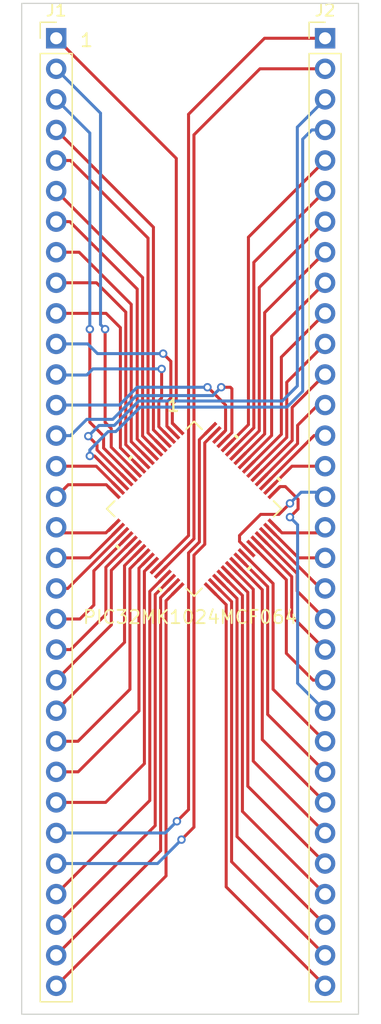
<source format=kicad_pcb>
(kicad_pcb (version 20221018) (generator pcbnew)
  (layers (0 "F.Cu" signal) (31 "B.Cu" signal) (34 "B.Paste" user) (35 "F.Paste" user) (36 "B.SilkS" user "B.Silkscreen") (37 "F.SilkS" user "F.Silkscreen") (38 "B.Mask" user) (39 "F.Mask" user) (44 "Edge.Cuts" user))
  (net 0 "")
  (net 1 "Net-(J1-Pin_1)")
  (net 2 "MuEnable1H")
  (net 3 "MuEnable1L")
  (net 4 "Net-(J1-Pin_4)")
  (net 5 "Net-(J1-Pin_5)")
  (net 6 "Net-(J1-Pin_6)")
  (net 7 "Net-(J1-Pin_7)")
  (net 8 "Net-(J1-Pin_8)")
  (net 9 "Net-(J1-Pin_9)")
  (net 10 "Net-(J1-Pin_10)")
  (net 11 "MuPWM1H")
  (net 12 "MuPWM1L")
  (net 13 "MuPWM3H")
  (net 14 "MuPWM3L")
  (net 15 "Net-(J1-Pin_15)")
  (net 16 "Net-(J1-Pin_16)")
  (net 17 "Net-(J1-Pin_17)")
  (net 18 "Net-(J1-Pin_18)")
  (net 19 "Net-(J1-Pin_19)")
  (net 20 "Net-(J1-Pin_20)")
  (net 21 "Net-(J1-Pin_21)")
  (net 22 "Net-(J1-Pin_22)")
  (net 23 "Net-(J1-Pin_23)")
  (net 24 "Net-(J1-Pin_24)")
  (net 25 "Net-(J1-Pin_25)")
  (net 26 "Net-(J1-Pin_26)")
  (net 27 "Net-(J1-Pin_29)")
  (net 28 "Net-(J1-Pin_30)")
  (net 29 "Net-(J1-Pin_31)")
  (net 30 "Net-(J1-Pin_32)")
  (net 31 "MuEnable3H")
  (net 32 "MuEnable3L")
  (net 33 "MuPWM2L")
  (net 34 "MuPWM2H")
  (net 35 "MuEnable2H")
  (net 36 "MuEnable2L")
  (net 37 "Net-(J2-Pin_5)")
  (net 38 "Net-(J2-Pin_6)")
  (net 39 "Net-(J2-Pin_7)")
  (net 40 "Net-(J2-Pin_8)")
  (net 41 "Net-(J2-Pin_9)")
  (net 42 "Net-(J2-Pin_10)")
  (net 43 "Net-(J2-Pin_11)")
  (net 44 "Net-(J2-Pin_12)")
  (net 45 "Net-(J2-Pin_13)")
  (net 46 "Net-(J2-Pin_14)")
  (net 47 "Net-(J2-Pin_15)")
  (net 48 "Net-(J2-Pin_17)")
  (net 49 "Net-(J2-Pin_18)")
  (net 50 "Net-(J2-Pin_19)")
  (net 51 "Net-(J2-Pin_20)")
  (net 52 "Net-(J2-Pin_21)")
  (net 53 "Net-(J2-Pin_22)")
  (net 54 "Net-(J2-Pin_24)")
  (net 55 "Net-(J2-Pin_25)")
  (net 56 "Net-(J2-Pin_26)")
  (net 57 "Net-(J2-Pin_27)")
  (net 58 "Net-(J2-Pin_28)")
  (net 59 "Net-(J2-Pin_29)")
  (net 60 "Net-(J2-Pin_30)")
  (net 61 "Net-(J2-Pin_31)")
  (net 62 "Net-(J2-Pin_32)")
  (net 63 "UART_TX")
  (net 64 "GPIO42")
  (footprint "Connector_PinHeader_2.54mm:PinHeader_1x32_P2.54mm_Vertical" (layer "F.Cu") (at 133.221709 51.898058)
    (fp_text reference "J2" (at 0 -2.33) (layer "F.SilkS"))
    (fp_text value "Conn_01x32")
    (fp_line (start -1.33 -1.33) (end 0 -1.33) (stroke (width 0.12)) (layer "F.SilkS"))
    (fp_line (start -1.33 0) (end -1.33 -1.33) (stroke (width 0.12)) (layer "F.SilkS"))
    (fp_line (start -1.33 1.27) (end -1.33 80.07) (stroke (width 0.12)) (layer "F.SilkS"))
    (fp_line (start -1.33 1.27) (end 1.33 1.27) (stroke (width 0.12)) (layer "F.SilkS"))
    (fp_line (start -1.33 80.07) (end 1.33 80.07) (stroke (width 0.12)) (layer "F.SilkS"))
    (fp_line (start 1.33 1.27) (end 1.33 80.07) (stroke (width 0.12)) (layer "F.SilkS"))
    (pad "1" thru_hole rect locked (at 0 0) (size 1.7 1.7) (drill 1) (layers "*.Cu" "*.Mask") (net 35 "MuEnable2H"))
    (pad "2" thru_hole oval locked (at 0 2.54) (size 1.7 1.7) (drill 1) (layers "*.Cu" "*.Mask") (net 36 "MuEnable2L"))
    (pad "3" thru_hole oval locked (at 0 5.08) (size 1.7 1.7) (drill 1) (layers "*.Cu" "*.Mask") (net 31 "MuEnable3H"))
    (pad "4" thru_hole oval locked (at 0 7.62) (size 1.7 1.7) (drill 1) (layers "*.Cu" "*.Mask") (net 32 "MuEnable3L"))
    (pad "5" thru_hole oval locked (at 0 10.16) (size 1.7 1.7) (drill 1) (layers "*.Cu" "*.Mask") (net 37 "Net-(J2-Pin_5)"))
    (pad "6" thru_hole oval locked (at 0 12.7) (size 1.7 1.7) (drill 1) (layers "*.Cu" "*.Mask") (net 38 "Net-(J2-Pin_6)"))
    (pad "7" thru_hole oval locked (at 0 15.24) (size 1.7 1.7) (drill 1) (layers "*.Cu" "*.Mask") (net 39 "Net-(J2-Pin_7)"))
    (pad "8" thru_hole oval locked (at 0 17.78) (size 1.7 1.7) (drill 1) (layers "*.Cu" "*.Mask") (net 40 "Net-(J2-Pin_8)"))
    (pad "9" thru_hole oval locked (at 0 20.32) (size 1.7 1.7) (drill 1) (layers "*.Cu" "*.Mask") (net 41 "Net-(J2-Pin_9)"))
    (pad "10" thru_hole oval locked (at 0 22.86) (size 1.7 1.7) (drill 1) (layers "*.Cu" "*.Mask") (net 42 "Net-(J2-Pin_10)"))
    (pad "11" thru_hole oval locked (at 0 25.4) (size 1.7 1.7) (drill 1) (layers "*.Cu" "*.Mask") (net 43 "Net-(J2-Pin_11)"))
    (pad "12" thru_hole oval locked (at 0 27.94) (size 1.7 1.7) (drill 1) (layers "*.Cu" "*.Mask") (net 44 "Net-(J2-Pin_12)"))
    (pad "13" thru_hole oval locked (at 0 30.48) (size 1.7 1.7) (drill 1) (layers "*.Cu" "*.Mask") (net 45 "Net-(J2-Pin_13)"))
    (pad "14" thru_hole oval locked (at 0 33.02) (size 1.7 1.7) (drill 1) (layers "*.Cu" "*.Mask") (net 46 "Net-(J2-Pin_14)"))
    (pad "15" thru_hole oval locked (at 0 35.56) (size 1.7 1.7) (drill 1) (layers "*.Cu" "*.Mask") (net 47 "Net-(J2-Pin_15)"))
    (pad "16" thru_hole oval locked (at 0 38.1) (size 1.7 1.7) (drill 1) (layers "*.Cu" "*.Mask") (net 64 "GPIO42"))
    (pad "17" thru_hole oval locked (at 0 40.64) (size 1.7 1.7) (drill 1) (layers "*.Cu" "*.Mask") (net 48 "Net-(J2-Pin_17)"))
    (pad "18" thru_hole oval locked (at 0 43.18) (size 1.7 1.7) (drill 1) (layers "*.Cu" "*.Mask") (net 49 "Net-(J2-Pin_18)"))
    (pad "19" thru_hole oval locked (at 0 45.72) (size 1.7 1.7) (drill 1) (layers "*.Cu" "*.Mask") (net 50 "Net-(J2-Pin_19)"))
    (pad "20" thru_hole oval locked (at 0 48.26) (size 1.7 1.7) (drill 1) (layers "*.Cu" "*.Mask") (net 51 "Net-(J2-Pin_20)"))
    (pad "21" thru_hole oval locked (at 0 50.8) (size 1.7 1.7) (drill 1) (layers "*.Cu" "*.Mask") (net 52 "Net-(J2-Pin_21)"))
    (pad "22" thru_hole oval locked (at 0 53.34) (size 1.7 1.7) (drill 1) (layers "*.Cu" "*.Mask") (net 53 "Net-(J2-Pin_22)"))
    (pad "23" thru_hole oval locked (at 0 55.88) (size 1.7 1.7) (drill 1) (layers "*.Cu" "*.Mask") (net 63 "UART_TX"))
    (pad "24" thru_hole oval locked (at 0 58.42) (size 1.7 1.7) (drill 1) (layers "*.Cu" "*.Mask") (net 54 "Net-(J2-Pin_24)"))
    (pad "25" thru_hole oval locked (at 0 60.96) (size 1.7 1.7) (drill 1) (layers "*.Cu" "*.Mask") (net 55 "Net-(J2-Pin_25)"))
    (pad "26" thru_hole oval locked (at 0 63.5) (size 1.7 1.7) (drill 1) (layers "*.Cu" "*.Mask") (net 56 "Net-(J2-Pin_26)"))
    (pad "27" thru_hole oval locked (at 0 66.04) (size 1.7 1.7) (drill 1) (layers "*.Cu" "*.Mask") (net 57 "Net-(J2-Pin_27)"))
    (pad "28" thru_hole oval locked (at 0 68.58) (size 1.7 1.7) (drill 1) (layers "*.Cu" "*.Mask") (net 58 "Net-(J2-Pin_28)"))
    (pad "29" thru_hole oval locked (at 0 71.12) (size 1.7 1.7) (drill 1) (layers "*.Cu" "*.Mask") (net 59 "Net-(J2-Pin_29)"))
    (pad "30" thru_hole oval locked (at 0 73.66) (size 1.7 1.7) (drill 1) (layers "*.Cu" "*.Mask") (net 60 "Net-(J2-Pin_30)"))
    (pad "31" thru_hole oval locked (at 0 76.2) (size 1.7 1.7) (drill 1) (layers "*.Cu" "*.Mask") (net 61 "Net-(J2-Pin_31)"))
    (pad "32" thru_hole oval locked (at 0 78.74) (size 1.7 1.7) (drill 1) (layers "*.Cu" "*.Mask") (net 62 "Net-(J2-Pin_32)"))
  )
  (footprint "DIYHole:DIYHole" (layer "F.Cu") (at 113.665 86.36)
    (fp_text reference "REF**" hide)
    (fp_text value "DIYHole" hide)
    (pad "1" thru_hole circle (at 0 0.254) (size 0.7 0.7) (drill 0.4) (layers "*.Cu" "*.Mask") (net 32 "MuEnable3L"))
  )
  (footprint "Connector_PinHeader_2.54mm:PinHeader_1x32_P2.54mm_Vertical" (layer "F.Cu") (at 110.869709 51.898058)
    (fp_text reference "J1" (at 0 -2.33) (layer "F.SilkS"))
    (fp_text value "Conn_01x32")
    (fp_line (start -1.33 -1.33) (end 0 -1.33) (stroke (width 0.12)) (layer "F.SilkS"))
    (fp_line (start -1.33 0) (end -1.33 -1.33) (stroke (width 0.12)) (layer "F.SilkS"))
    (fp_line (start -1.33 1.27) (end -1.33 80.07) (stroke (width 0.12)) (layer "F.SilkS"))
    (fp_line (start -1.33 1.27) (end 1.33 1.27) (stroke (width 0.12)) (layer "F.SilkS"))
    (fp_line (start -1.33 80.07) (end 1.33 80.07) (stroke (width 0.12)) (layer "F.SilkS"))
    (fp_line (start 1.33 1.27) (end 1.33 80.07) (stroke (width 0.12)) (layer "F.SilkS"))
    (pad "1" thru_hole rect locked (at 0 0) (size 1.7 1.7) (drill 1) (layers "*.Cu" "*.Mask") (net 1 "Net-(J1-Pin_1)"))
    (pad "2" thru_hole oval locked (at 0 2.54) (size 1.7 1.7) (drill 1) (layers "*.Cu" "*.Mask") (net 2 "MuEnable1H"))
    (pad "3" thru_hole oval locked (at 0 5.08) (size 1.7 1.7) (drill 1) (layers "*.Cu" "*.Mask") (net 3 "MuEnable1L"))
    (pad "4" thru_hole oval locked (at 0 7.62) (size 1.7 1.7) (drill 1) (layers "*.Cu" "*.Mask") (net 4 "Net-(J1-Pin_4)"))
    (pad "5" thru_hole oval locked (at 0 10.16) (size 1.7 1.7) (drill 1) (layers "*.Cu" "*.Mask") (net 5 "Net-(J1-Pin_5)"))
    (pad "6" thru_hole oval locked (at 0 12.7) (size 1.7 1.7) (drill 1) (layers "*.Cu" "*.Mask") (net 6 "Net-(J1-Pin_6)"))
    (pad "7" thru_hole oval locked (at 0 15.24) (size 1.7 1.7) (drill 1) (layers "*.Cu" "*.Mask") (net 7 "Net-(J1-Pin_7)"))
    (pad "8" thru_hole oval locked (at 0 17.78) (size 1.7 1.7) (drill 1) (layers "*.Cu" "*.Mask") (net 8 "Net-(J1-Pin_8)"))
    (pad "9" thru_hole oval locked (at 0 20.32) (size 1.7 1.7) (drill 1) (layers "*.Cu" "*.Mask") (net 9 "Net-(J1-Pin_9)"))
    (pad "10" thru_hole oval locked (at 0 22.86) (size 1.7 1.7) (drill 1) (layers "*.Cu" "*.Mask") (net 10 "Net-(J1-Pin_10)"))
    (pad "11" thru_hole oval locked (at 0 25.4) (size 1.7 1.7) (drill 1) (layers "*.Cu" "*.Mask") (net 11 "MuPWM1H"))
    (pad "12" thru_hole oval locked (at 0 27.94) (size 1.7 1.7) (drill 1) (layers "*.Cu" "*.Mask") (net 12 "MuPWM1L"))
    (pad "13" thru_hole oval locked (at 0 30.48) (size 1.7 1.7) (drill 1) (layers "*.Cu" "*.Mask") (net 13 "MuPWM3H"))
    (pad "14" thru_hole oval locked (at 0 33.02) (size 1.7 1.7) (drill 1) (layers "*.Cu" "*.Mask") (net 14 "MuPWM3L"))
    (pad "15" thru_hole oval locked (at 0 35.56) (size 1.7 1.7) (drill 1) (layers "*.Cu" "*.Mask") (net 15 "Net-(J1-Pin_15)"))
    (pad "16" thru_hole oval locked (at 0 38.1) (size 1.7 1.7) (drill 1) (layers "*.Cu" "*.Mask") (net 16 "Net-(J1-Pin_16)"))
    (pad "17" thru_hole oval locked (at 0 40.64) (size 1.7 1.7) (drill 1) (layers "*.Cu" "*.Mask") (net 17 "Net-(J1-Pin_17)"))
    (pad "18" thru_hole oval locked (at 0 43.18) (size 1.7 1.7) (drill 1) (layers "*.Cu" "*.Mask") (net 18 "Net-(J1-Pin_18)"))
    (pad "19" thru_hole oval locked (at 0 45.72) (size 1.7 1.7) (drill 1) (layers "*.Cu" "*.Mask") (net 19 "Net-(J1-Pin_19)"))
    (pad "20" thru_hole oval locked (at 0 48.26) (size 1.7 1.7) (drill 1) (layers "*.Cu" "*.Mask") (net 20 "Net-(J1-Pin_20)"))
    (pad "21" thru_hole oval locked (at 0 50.8) (size 1.7 1.7) (drill 1) (layers "*.Cu" "*.Mask") (net 21 "Net-(J1-Pin_21)"))
    (pad "22" thru_hole oval locked (at 0 53.34) (size 1.7 1.7) (drill 1) (layers "*.Cu" "*.Mask") (net 22 "Net-(J1-Pin_22)"))
    (pad "23" thru_hole oval locked (at 0 55.88) (size 1.7 1.7) (drill 1) (layers "*.Cu" "*.Mask") (net 23 "Net-(J1-Pin_23)"))
    (pad "24" thru_hole oval locked (at 0 58.42) (size 1.7 1.7) (drill 1) (layers "*.Cu" "*.Mask") (net 24 "Net-(J1-Pin_24)"))
    (pad "25" thru_hole oval locked (at 0 60.96) (size 1.7 1.7) (drill 1) (layers "*.Cu" "*.Mask") (net 25 "Net-(J1-Pin_25)"))
    (pad "26" thru_hole oval locked (at 0 63.5) (size 1.7 1.7) (drill 1) (layers "*.Cu" "*.Mask") (net 26 "Net-(J1-Pin_26)"))
    (pad "27" thru_hole oval locked (at 0 66.04) (size 1.7 1.7) (drill 1) (layers "*.Cu" "*.Mask") (net 34 "MuPWM2H"))
    (pad "28" thru_hole oval locked (at 0 68.58) (size 1.7 1.7) (drill 1) (layers "*.Cu" "*.Mask") (net 33 "MuPWM2L"))
    (pad "29" thru_hole oval locked (at 0 71.12) (size 1.7 1.7) (drill 1) (layers "*.Cu" "*.Mask") (net 27 "Net-(J1-Pin_29)"))
    (pad "30" thru_hole oval locked (at 0 73.66) (size 1.7 1.7) (drill 1) (layers "*.Cu" "*.Mask") (net 28 "Net-(J1-Pin_30)"))
    (pad "31" thru_hole oval locked (at 0 76.2) (size 1.7 1.7) (drill 1) (layers "*.Cu" "*.Mask") (net 29 "Net-(J1-Pin_31)"))
    (pad "32" thru_hole oval locked (at 0 78.74) (size 1.7 1.7) (drill 1) (layers "*.Cu" "*.Mask") (net 30 "Net-(J1-Pin_32)"))
  )
  (footprint "DIYHole:DIYHole" (layer "F.Cu") (at 130.302 91.44)
    (fp_text reference "REF**" hide)
    (fp_text value "DIYHole" hide)
    (pad "1" thru_hole circle (at 0 0.254) (size 0.7 0.7) (drill 0.4) (layers "*.Cu" "*.Mask") (net 63 "UART_TX"))
  )
  (footprint "DIYHole:DIYHole" (layer "F.Cu") (at 119.634 79.121)
    (fp_text reference "REF**" hide)
    (fp_text value "DIYHole" hide)
    (pad "1" thru_hole circle (at 0 0.254) (size 0.7 0.7) (drill 0.4) (layers "*.Cu" "*.Mask") (net 12 "MuPWM1L"))
  )
  (footprint "DIYHole:DIYHole" (layer "F.Cu") (at 124.587 80.645)
    (fp_text reference "REF**" hide)
    (fp_text value "DIYHole" hide)
    (pad "1" thru_hole circle (at 0 0.254) (size 0.7 0.7) (drill 0.4) (layers "*.Cu" "*.Mask") (net 14 "MuPWM3L"))
  )
  (footprint "DIYHole:DIYHole" (layer "F.Cu") (at 123.444 80.645)
    (fp_text reference "REF**" hide)
    (fp_text value "DIYHole" hide)
    (pad "1" thru_hole circle (at 0 0.254) (size 0.7 0.7) (drill 0.4) (layers "*.Cu" "*.Mask") (net 13 "MuPWM3H"))
  )
  (footprint "DIYHole:DIYHole" (layer "F.Cu") (at 114.935 75.819)
    (fp_text reference "REF**" hide)
    (fp_text value "DIYHole" hide)
    (pad "1" thru_hole circle (at 0 0.254) (size 0.7 0.7) (drill 0.4) (layers "*.Cu" "*.Mask") (net 2 "MuEnable1H"))
  )
  (footprint "DIYHole:DIYHole" (layer "F.Cu") (at 120.904 116.713)
    (fp_text reference "REF**" hide)
    (fp_text value "DIYHole" hide)
    (pad "1" thru_hole circle (at 0 0.254) (size 0.7 0.7) (drill 0.4) (layers "*.Cu" "*.Mask") (net 34 "MuPWM2H"))
  )
  (footprint "DIYHole:DIYHole" (layer "F.Cu") (at 113.538 84.709)
    (fp_text reference "REF**" hide)
    (fp_text value "DIYHole" hide)
    (pad "1" thru_hole circle (at 0 0.254) (size 0.7 0.7) (drill 0.4) (layers "*.Cu" "*.Mask") (net 31 "MuEnable3H"))
  )
  (footprint "DIYHole:DIYHole" (layer "F.Cu") (at 113.665 75.819)
    (fp_text reference "REF**" hide)
    (fp_text value "DIYHole" hide)
    (pad "1" thru_hole circle (at 0 0.254) (size 0.7 0.7) (drill 0.4) (layers "*.Cu" "*.Mask") (net 3 "MuEnable1L"))
  )
  (footprint "DIYHole:DIYHole" (layer "F.Cu") (at 130.302 90.297)
    (fp_text reference "REF**" hide)
    (fp_text value "DIYHole" hide)
    (pad "1" thru_hole circle (at 0 0.254) (size 0.7 0.7) (drill 0.4) (layers "*.Cu" "*.Mask") (net 64 "GPIO42"))
  )
  (footprint "footprints:TQFP64_PT_MCH" (layer "F.Cu") (at 122.334175 91 -45)
    (fp_text reference "U1" hide)
    (fp_text value "PIC32MK1024MCF064" (at 6.127664 6.600258 unlocked) (layer "F.SilkS") (effects (font (size 1.1 1.1))))
    (fp_line (start -5.1308 -5.1308) (end -5.1308 -4.22244) (stroke (width 0.1524)) (layer "F.SilkS"))
    (fp_line (start -5.1308 4.22244) (end -5.1308 5.1308) (stroke (width 0.1524)) (layer "F.SilkS"))
    (fp_line (start -5.1308 5.1308) (end -4.22244 5.1308) (stroke (width 0.1524)) (layer "F.SilkS"))
    (fp_line (start -4.22244 -5.1308) (end -5.1308 -5.1308) (stroke (width 0.1524)) (layer "F.SilkS"))
    (fp_line (start 4.22244 5.1308) (end 5.1308 5.1308) (stroke (width 0.1524)) (layer "F.SilkS"))
    (fp_line (start 5.1308 -5.1308) (end 4.22244 -5.1308) (stroke (width 0.1524)) (layer "F.SilkS"))
    (fp_line (start 5.1308 -4.22244) (end 5.1308 -5.1308) (stroke (width 0.1524)) (layer "F.SilkS"))
    (fp_line (start 5.1308 5.1308) (end 5.1308 4.22244) (stroke (width 0.1524)) (layer "F.SilkS"))
    (fp_poly (pts (xy -6.858 0.559501) (xy -6.858 0.940501) (xy -6.604 0.940501) (xy -6.604 0.559501)) (fill solid) (layer "F.SilkS"))
    (fp_poly (pts (xy -2.440501 6.604) (xy -2.440501 6.858) (xy -2.059501 6.858) (xy -2.059501 6.604)) (fill solid) (layer "F.SilkS"))
    (fp_poly (pts (xy -1.940499 -6.604) (xy -1.940499 -6.858) (xy -1.559499 -6.858) (xy -1.559499 -6.604)) (fill solid) (layer "F.SilkS"))
    (fp_poly (pts (xy 2.5595 6.604) (xy 2.5595 6.858) (xy 2.9405 6.858) (xy 2.9405 6.604)) (fill solid) (layer "F.SilkS"))
    (fp_poly (pts (xy 3.059501 -6.604) (xy 3.059501 -6.858) (xy 3.440501 -6.858) (xy 3.440501 -6.604)) (fill solid) (layer "F.SilkS"))
    (fp_poly (pts (xy 6.858 0.059499) (xy 6.858 0.4405) (xy 6.604 0.4405) (xy 6.604 0.059499)) (fill solid) (layer "F.SilkS"))
    (pad "1" smd rect (at -5.6769 -3.75 45) (size 0.2794 1.3462) (layers "F.Cu" "F.Paste" "F.Mask") (net 1 "Net-(J1-Pin_1)"))
    (pad "2" smd rect (at -5.6769 -3.250001 45) (size 0.2794 1.3462) (layers "F.Cu" "F.Paste" "F.Mask") (net 11 "MuPWM1H"))
    (pad "3" smd rect (at -5.6769 -2.75 45) (size 0.2794 1.3462) (layers "F.Cu" "F.Paste" "F.Mask") (net 12 "MuPWM1L"))
    (pad "4" smd rect (at -5.6769 -2.250001 45) (size 0.2794 1.3462) (layers "F.Cu" "F.Paste" "F.Mask") (net 4 "Net-(J1-Pin_4)"))
    (pad "5" smd rect (at -5.6769 -1.749999 45) (size 0.2794 1.3462) (layers "F.Cu" "F.Paste" "F.Mask") (net 5 "Net-(J1-Pin_5)"))
    (pad "6" smd rect (at -5.6769 -1.25 45) (size 0.2794 1.3462) (layers "F.Cu" "F.Paste" "F.Mask") (net 6 "Net-(J1-Pin_6)"))
    (pad "7" smd rect (at -5.6769 -0.750001 45) (size 0.2794 1.3462) (layers "F.Cu" "F.Paste" "F.Mask") (net 7 "Net-(J1-Pin_7)"))
    (pad "8" smd rect (at -5.6769 -0.25 45) (size 0.2794 1.3462) (layers "F.Cu" "F.Paste" "F.Mask") (net 8 "Net-(J1-Pin_8)"))
    (pad "9" smd rect (at -5.6769 0.25 45) (size 0.2794 1.3462) (layers "F.Cu" "F.Paste" "F.Mask") (net 9 "Net-(J1-Pin_9)"))
    (pad "10" smd rect (at -5.6769 0.750001 45) (size 0.2794 1.3462) (layers "F.Cu" "F.Paste" "F.Mask") (net 10 "Net-(J1-Pin_10)"))
    (pad "11" smd rect (at -5.6769 1.25 45) (size 0.2794 1.3462) (layers "F.Cu" "F.Paste" "F.Mask") (net 2 "MuEnable1H"))
    (pad "12" smd rect (at -5.6769 1.749999 45) (size 0.2794 1.3462) (layers "F.Cu" "F.Paste" "F.Mask") (net 3 "MuEnable1L"))
    (pad "13" smd rect (at -5.6769 2.250001 45) (size 0.2794 1.3462) (layers "F.Cu" "F.Paste" "F.Mask") (net 31 "MuEnable3H"))
    (pad "14" smd rect (at -5.6769 2.75 45) (size 0.2794 1.3462) (layers "F.Cu" "F.Paste" "F.Mask") (net 32 "MuEnable3L"))
    (pad "15" smd rect (at -5.6769 3.250001 45) (size 0.2794 1.3462) (layers "F.Cu" "F.Paste" "F.Mask") (net 15 "Net-(J1-Pin_15)"))
    (pad "16" smd rect (at -5.6769 3.75 45) (size 0.2794 1.3462) (layers "F.Cu" "F.Paste" "F.Mask") (net 16 "Net-(J1-Pin_16)"))
    (pad "17" smd rect (at -3.75 5.6769 315) (size 0.2794 1.3462) (layers "F.Cu" "F.Paste" "F.Mask") (net 17 "Net-(J1-Pin_17)"))
    (pad "18" smd rect (at -3.250001 5.6769 315) (size 0.2794 1.3462) (layers "F.Cu" "F.Paste" "F.Mask") (net 18 "Net-(J1-Pin_18)"))
    (pad "19" smd rect (at -2.75 5.6769 315) (size 0.2794 1.3462) (layers "F.Cu" "F.Paste" "F.Mask") (net 19 "Net-(J1-Pin_19)"))
    (pad "20" smd rect (at -2.250001 5.6769 315) (size 0.2794 1.3462) (layers "F.Cu" "F.Paste" "F.Mask") (net 20 "Net-(J1-Pin_20)"))
    (pad "21" smd rect (at -1.749999 5.6769 315) (size 0.2794 1.3462) (layers "F.Cu" "F.Paste" "F.Mask") (net 21 "Net-(J1-Pin_21)"))
    (pad "22" smd rect (at -1.25 5.6769 315) (size 0.2794 1.3462) (layers "F.Cu" "F.Paste" "F.Mask") (net 22 "Net-(J1-Pin_22)"))
    (pad "23" smd rect (at -0.750001 5.6769 315) (size 0.2794 1.3462) (layers "F.Cu" "F.Paste" "F.Mask") (net 23 "Net-(J1-Pin_23)"))
    (pad "24" smd rect (at -0.25 5.6769 315) (size 0.2794 1.3462) (layers "F.Cu" "F.Paste" "F.Mask") (net 24 "Net-(J1-Pin_24)"))
    (pad "25" smd rect (at 0.25 5.6769 315) (size 0.2794 1.3462) (layers "F.Cu" "F.Paste" "F.Mask") (net 25 "Net-(J1-Pin_25)"))
    (pad "26" smd rect (at 0.750001 5.6769 315) (size 0.2794 1.3462) (layers "F.Cu" "F.Paste" "F.Mask") (net 26 "Net-(J1-Pin_26)"))
    (pad "27" smd rect (at 1.25 5.6769 315) (size 0.2794 1.3462) (layers "F.Cu" "F.Paste" "F.Mask") (net 35 "MuEnable2H"))
    (pad "28" smd rect (at 1.749999 5.6769 315) (size 0.2794 1.3462) (layers "F.Cu" "F.Paste" "F.Mask") (net 36 "MuEnable2L"))
    (pad "29" smd rect (at 2.250001 5.6769 315) (size 0.2794 1.3462) (layers "F.Cu" "F.Paste" "F.Mask") (net 27 "Net-(J1-Pin_29)"))
    (pad "30" smd rect (at 2.75 5.6769 315) (size 0.2794 1.3462) (layers "F.Cu" "F.Paste" "F.Mask") (net 28 "Net-(J1-Pin_30)"))
    (pad "31" smd rect (at 3.250001 5.6769 315) (size 0.2794 1.3462) (layers "F.Cu" "F.Paste" "F.Mask") (net 29 "Net-(J1-Pin_31)"))
    (pad "32" smd rect (at 3.75 5.6769 315) (size 0.2794 1.3462) (layers "F.Cu" "F.Paste" "F.Mask") (net 30 "Net-(J1-Pin_32)"))
    (pad "33" smd rect (at 5.6769 3.75 45) (size 0.2794 1.3462) (layers "F.Cu" "F.Paste" "F.Mask") (net 62 "Net-(J2-Pin_32)"))
    (pad "34" smd rect (at 5.6769 3.250001 45) (size 0.2794 1.3462) (layers "F.Cu" "F.Paste" "F.Mask") (net 61 "Net-(J2-Pin_31)"))
    (pad "35" smd rect (at 5.6769 2.75 45) (size 0.2794 1.3462) (layers "F.Cu" "F.Paste" "F.Mask") (net 60 "Net-(J2-Pin_30)"))
    (pad "36" smd rect (at 5.6769 2.250001 45) (size 0.2794 1.3462) (layers "F.Cu" "F.Paste" "F.Mask") (net 59 "Net-(J2-Pin_29)"))
    (pad "37" smd rect (at 5.6769 1.749999 45) (size 0.2794 1.3462) (layers "F.Cu" "F.Paste" "F.Mask") (net 58 "Net-(J2-Pin_28)"))
    (pad "38" smd rect (at 5.6769 1.25 45) (size 0.2794 1.3462) (layers "F.Cu" "F.Paste" "F.Mask") (net 57 "Net-(J2-Pin_27)"))
    (pad "39" smd rect (at 5.6769 0.750001 45) (size 0.2794 1.3462) (layers "F.Cu" "F.Paste" "F.Mask") (net 56 "Net-(J2-Pin_26)"))
    (pad "40" smd rect (at 5.6769 0.25 45) (size 0.2794 1.3462) (layers "F.Cu" "F.Paste" "F.Mask") (net 55 "Net-(J2-Pin_25)"))
    (pad "41" smd rect (at 5.6769 -0.25 45) (size 0.2794 1.3462) (layers "F.Cu" "F.Paste" "F.Mask") (net 54 "Net-(J2-Pin_24)"))
    (pad "42" smd rect (at 5.6769 -0.750001 45) (size 0.2794 1.3462) (layers "F.Cu" "F.Paste" "F.Mask") (net 64 "GPIO42"))
    (pad "43" smd rect (at 5.6769 -1.25 45) (size 0.2794 1.3462) (layers "F.Cu" "F.Paste" "F.Mask") (net 53 "Net-(J2-Pin_22)"))
    (pad "44" smd rect (at 5.6769 -1.749999 45) (size 0.2794 1.3462) (layers "F.Cu" "F.Paste" "F.Mask") (net 52 "Net-(J2-Pin_21)"))
    (pad "45" smd rect (at 5.6769 -2.250001 45) (size 0.2794 1.3462) (layers "F.Cu" "F.Paste" "F.Mask") (net 51 "Net-(J2-Pin_20)"))
    (pad "46" smd rect (at 5.6769 -2.75 45) (size 0.2794 1.3462) (layers "F.Cu" "F.Paste" "F.Mask") (net 50 "Net-(J2-Pin_19)"))
    (pad "47" smd rect (at 5.6769 -3.250001 45) (size 0.2794 1.3462) (layers "F.Cu" "F.Paste" "F.Mask") (net 49 "Net-(J2-Pin_18)"))
    (pad "48" smd rect (at 5.6769 -3.75 45) (size 0.2794 1.3462) (layers "F.Cu" "F.Paste" "F.Mask") (net 48 "Net-(J2-Pin_17)"))
    (pad "49" smd rect (at 3.75 -5.6769 315) (size 0.2794 1.3462) (layers "F.Cu" "F.Paste" "F.Mask") (net 63 "UART_TX"))
    (pad "50" smd rect (at 3.250001 -5.6769 315) (size 0.2794 1.3462) (layers "F.Cu" "F.Paste" "F.Mask") (net 47 "Net-(J2-Pin_15)"))
    (pad "51" smd rect (at 2.75 -5.6769 315) (size 0.2794 1.3462) (layers "F.Cu" "F.Paste" "F.Mask") (net 46 "Net-(J2-Pin_14)"))
    (pad "52" smd rect (at 2.250001 -5.6769 315) (size 0.2794 1.3462) (layers "F.Cu" "F.Paste" "F.Mask") (net 45 "Net-(J2-Pin_13)"))
    (pad "53" smd rect (at 1.749999 -5.6769 315) (size 0.2794 1.3462) (layers "F.Cu" "F.Paste" "F.Mask") (net 44 "Net-(J2-Pin_12)"))
    (pad "54" smd rect (at 1.25 -5.6769 315) (size 0.2794 1.3462) (layers "F.Cu" "F.Paste" "F.Mask") (net 43 "Net-(J2-Pin_11)"))
    (pad "55" smd rect (at 0.750001 -5.6769 315) (size 0.2794 1.3462) (layers "F.Cu" "F.Paste" "F.Mask") (net 42 "Net-(J2-Pin_10)"))
    (pad "56" smd rect (at 0.25 -5.6769 315) (size 0.2794 1.3462) (layers "F.Cu" "F.Paste" "F.Mask") (net 41 "Net-(J2-Pin_9)"))
    (pad "57" smd rect (at -0.25 -5.6769 315) (size 0.2794 1.3462) (layers "F.Cu" "F.Paste" "F.Mask") (net 40 "Net-(J2-Pin_8)"))
    (pad "58" smd rect (at -0.750001 -5.6769 315) (size 0.2794 1.3462) (layers "F.Cu" "F.Paste" "F.Mask") (net 39 "Net-(J2-Pin_7)"))
    (pad "59" smd rect (at -1.25 -5.6769 315) (size 0.2794 1.3462) (layers "F.Cu" "F.Paste" "F.Mask") (net 38 "Net-(J2-Pin_6)"))
    (pad "60" smd rect (at -1.749999 -5.6769 315) (size 0.2794 1.3462) (layers "F.Cu" "F.Paste" "F.Mask") (net 37 "Net-(J2-Pin_5)"))
    (pad "61" smd rect (at -2.250001 -5.6769 315) (size 0.2794 1.3462) (layers "F.Cu" "F.Paste" "F.Mask") (net 14 "MuPWM3L"))
    (pad "62" smd rect (at -2.75 -5.6769 315) (size 0.2794 1.3462) (layers "F.Cu" "F.Paste" "F.Mask") (net 13 "MuPWM3H"))
    (pad "63" smd rect (at -3.250001 -5.6769 315) (size 0.2794 1.3462) (layers "F.Cu" "F.Paste" "F.Mask") (net 33 "MuPWM2L"))
    (pad "64" smd rect (at -3.75 -5.6769 315) (size 0.2794 1.3462) (layers "F.Cu" "F.Paste" "F.Mask") (net 34 "MuPWM2H"))
  )
  (footprint "DIYHole:DIYHole" (layer "F.Cu") (at 119.761 77.851)
    (fp_text reference "REF**" hide)
    (fp_text value "DIYHole" hide)
    (pad "1" thru_hole circle (at 0 0.254) (size 0.7 0.7) (drill 0.4) (layers "*.Cu" "*.Mask") (net 11 "MuPWM1H"))
  )
  (footprint "DIYHole:DIYHole" (layer "F.Cu") (at 121.285 118.237)
    (fp_text reference "REF**" hide)
    (fp_text value "DIYHole" hide)
    (pad "1" thru_hole circle (at 0 0.254) (size 0.7 0.7) (drill 0.4) (layers "*.Cu" "*.Mask") (net 33 "MuPWM2L"))
  )
  (gr_rect (start 108 49) (end 136 133) (stroke (width 0.1)) (fill none) (layer "Edge.Cuts"))
  (gr_text "1" (at 120 83) (layer "F.SilkS") (effects (font (size 1 1) (thickness 0.2) bold) (justify left bottom)))
  (gr_text "1" (at 112.776 52.705) (layer "F.SilkS") (effects (font (size 1.1 1.1)) (justify left bottom)))
  (segment (start 120.8515 81.968896) (end 120.8515 61.879849) (width 0.25) (layer "F.Cu") (net 1))
  (segment (start 120.8515 61.879849) (end 110.869709 51.898058) (width 0.25) (layer "F.Cu") (net 1))
  (segment (start 120.971651 84.334175) (end 120.521915 83.884439) (width 0.25) (layer "F.Cu") (net 1))
  (segment (start 120.521915 83.884439) (end 120.521915 82.298481) (width 0.25) (layer "F.Cu") (net 1))
  (segment (start 120.521915 82.298481) (end 120.8515 81.968896) (width 0.25) (layer "F.Cu") (net 1))
  (segment (start 114.935 76.073107) (end 114.935 83.82) (width 0.25) (layer "F.Cu") (net 2))
  (segment (start 114.935 83.82) (end 115.443 84.328) (width 0.25) (layer "F.Cu") (net 2))
  (segment (start 115.443 85.876592) (end 117.436117 87.869709) (width 0.25) (layer "F.Cu") (net 2))
  (segment (start 115.443 84.328) (end 115.443 85.876592) (width 0.25) (layer "F.Cu") (net 2))
  (segment (start 114.554 75.692107) (end 114.554 58.122349) (width 0.25) (layer "B.Cu") (net 2))
  (segment (start 114.935 76.073107) (end 114.554 75.692107) (width 0.25) (layer "B.Cu") (net 2))
  (segment (start 114.554 58.122349) (end 110.869709 54.438058) (width 0.25) (layer "B.Cu") (net 2))
  (segment (start 114.808 84.953695) (end 114.808 85.948698) (width 0.25) (layer "F.Cu") (net 3))
  (segment (start 113.665 83.810695) (end 114.808 84.953695) (width 0.25) (layer "F.Cu") (net 3))
  (segment (start 114.808 85.948698) (end 117.082564 88.223262) (width 0.25) (layer "F.Cu") (net 3))
  (segment (start 113.665 76.073) (end 113.665 83.810695) (width 0.25) (layer "F.Cu") (net 3))
  (segment (start 113.665 76.073) (end 113.665 59.773349) (width 0.25) (layer "B.Cu") (net 3))
  (segment (start 113.665 59.773349) (end 110.869709 56.978058) (width 0.25) (layer "B.Cu") (net 3))
  (segment (start 118.952 67.600349) (end 110.869709 59.518058) (width 0.25) (layer "F.Cu") (net 4))
  (segment (start 118.952 84.435844) (end 118.952 67.600349) (width 0.25) (layer "F.Cu") (net 4))
  (segment (start 119.910991 85.394835) (end 118.952 84.435844) (width 0.25) (layer "F.Cu") (net 4))
  (segment (start 112.058058 62.058058) (end 118.502 68.502) (width 0.25) (layer "F.Cu") (net 5))
  (segment (start 110.869709 62.058058) (end 112.058058 62.058058) (width 0.25) (layer "F.Cu") (net 5))
  (segment (start 118.502 68.502) (end 118.502 84.692952) (width 0.25) (layer "F.Cu") (net 5))
  (segment (start 118.502 84.692952) (end 119.557437 85.748389) (width 0.25) (layer "F.Cu") (net 5))
  (segment (start 119.203884 86.101942) (end 118.052 84.950058) (width 0.25) (layer "F.Cu") (net 6))
  (segment (start 118.052 71.780349) (end 110.869709 64.598058) (width 0.25) (layer "F.Cu") (net 6))
  (segment (start 118.052 84.950058) (end 118.052 71.780349) (width 0.25) (layer "F.Cu") (net 6))
  (segment (start 110.869709 67.138058) (end 112.003883 67.138058) (width 0.25) (layer "F.Cu") (net 7))
  (segment (start 112.003883 67.138058) (end 117.602 72.736175) (width 0.25) (layer "F.Cu") (net 7))
  (segment (start 117.602 72.736175) (end 117.602 85.207164) (width 0.25) (layer "F.Cu") (net 7))
  (segment (start 117.602 85.207164) (end 118.850331 86.455495) (width 0.25) (layer "F.Cu") (net 7))
  (segment (start 117.105 74.009174) (end 112.773884 69.678058) (width 0.25) (layer "F.Cu") (net 8))
  (segment (start 118.496777 86.809049) (end 117.105 85.417272) (width 0.25) (layer "F.Cu") (net 8))
  (segment (start 117.105 85.417272) (end 117.105 74.009174) (width 0.25) (layer "F.Cu") (net 8))
  (segment (start 112.773884 69.678058) (end 110.869709 69.678058) (width 0.25) (layer "F.Cu") (net 8))
  (segment (start 116.655 74.655) (end 114.218058 72.218058) (width 0.25) (layer "F.Cu") (net 9))
  (segment (start 114.218058 72.218058) (end 110.869709 72.218058) (width 0.25) (layer "F.Cu") (net 9))
  (segment (start 118.143224 87.162602) (end 116.655 85.674378) (width 0.25) (layer "F.Cu") (net 9))
  (segment (start 116.655 85.674378) (end 116.655 74.655) (width 0.25) (layer "F.Cu") (net 9))
  (segment (start 116.205 75.946) (end 116.205 85.931486) (width 0.25) (layer "F.Cu") (net 10))
  (segment (start 115.017058 74.758058) (end 116.205 75.946) (width 0.25) (layer "F.Cu") (net 10))
  (segment (start 110.869709 74.758058) (end 115.017058 74.758058) (width 0.25) (layer "F.Cu") (net 10))
  (segment (start 116.205 85.931486) (end 117.78967 87.516156) (width 0.25) (layer "F.Cu") (net 10))
  (segment (start 120.071915 82.112085) (end 120.071915 84.141545) (width 0.25) (layer "F.Cu") (net 11))
  (segment (start 120.4015 78.7455) (end 120.4015 81.7825) (width 0.25) (layer "F.Cu") (net 11))
  (segment (start 120.4015 81.7825) (end 120.071915 82.112085) (width 0.25) (layer "F.Cu") (net 11))
  (segment (start 119.761 78.105) (end 120.4015 78.7455) (width 0.25) (layer "F.Cu") (net 11))
  (segment (start 120.071915 84.141545) (end 120.618098 84.687728) (width 0.25) (layer "F.Cu") (net 11))
  (segment (start 119.6765 78.121497) (end 119.692997 78.105) (width 0.25) (layer "B.Cu") (net 11))
  (segment (start 119.692997 78.105) (end 114.3 78.105) (width 0.25) (layer "B.Cu") (net 11))
  (segment (start 113.493058 77.298058) (end 110.869709 77.298058) (width 0.25) (layer "B.Cu") (net 11))
  (segment (start 114.3 78.105) (end 113.493058 77.298058) (width 0.25) (layer "B.Cu") (net 11))
  (segment (start 119.634 81.788) (end 119.402 82.02) (width 0.25) (layer "F.Cu") (net 12))
  (segment (start 119.402 82.02) (end 119.402 84.178738) (width 0.25) (layer "F.Cu") (net 12))
  (segment (start 119.402 84.178738) (end 120.264544 85.041282) (width 0.25) (layer "F.Cu") (net 12))
  (segment (start 119.634 79.375) (end 119.634 81.788) (width 0.25) (layer "F.Cu") (net 12))
  (segment (start 119.634 79.375) (end 113.919 79.375) (width 0.25) (layer "B.Cu") (net 12))
  (segment (start 113.919 79.375) (end 113.411 79.883) (width 0.25) (layer "B.Cu") (net 12))
  (segment (start 110.914651 79.883) (end 110.869709 79.838058) (width 0.25) (layer "B.Cu") (net 12))
  (segment (start 113.411 79.883) (end 110.914651 79.883) (width 0.25) (layer "B.Cu") (net 12))
  (segment (start 124.949988 84.4951) (end 124.403806 85.041282) (width 0.25) (layer "F.Cu") (net 13))
  (segment (start 123.474793 80.899) (end 124.949988 82.374195) (width 0.25) (layer "F.Cu") (net 13))
  (segment (start 123.444 80.899) (end 123.474793 80.899) (width 0.25) (layer "F.Cu") (net 13))
  (segment (start 124.949988 82.374195) (end 124.949988 84.4951) (width 0.25) (layer "F.Cu") (net 13))
  (segment (start 117.599208 80.899) (end 116.12015 82.378058) (width 0.25) (layer "B.Cu") (net 13))
  (segment (start 123.444 80.899) (end 117.599208 80.899) (width 0.25) (layer "B.Cu") (net 13))
  (segment (start 116.12015 82.378058) (end 110.869709 82.378058) (width 0.25) (layer "B.Cu") (net 13))
  (segment (start 125.476 81.026) (end 125.476 84.676194) (width 0.25) (layer "F.Cu") (net 14))
  (segment (start 125.349 80.899) (end 125.476 81.026) (width 0.25) (layer "F.Cu") (net 14))
  (segment (start 125.476 84.676194) (end 124.757359 85.394835) (width 0.25) (layer "F.Cu") (net 14))
  (segment (start 124.587 80.899) (end 125.349 80.899) (width 0.25) (layer "F.Cu") (net 14))
  (segment (start 112.058942 84.918058) (end 110.869709 84.918058) (width 0.25) (layer "B.Cu") (net 14))
  (segment (start 113.411 83.566) (end 112.058942 84.918058) (width 0.25) (layer "B.Cu") (net 14))
  (segment (start 115.568604 83.566) (end 113.411 83.566) (width 0.25) (layer "B.Cu") (net 14))
  (segment (start 117.542604 81.592) (end 115.568604 83.566) (width 0.25) (layer "B.Cu") (net 14))
  (segment (start 123.894 81.592) (end 117.542604 81.592) (width 0.25) (layer "B.Cu") (net 14))
  (segment (start 124.587 80.899) (end 123.894 81.592) (width 0.25) (layer "B.Cu") (net 14))
  (segment (start 116.021903 89.283923) (end 114.196038 87.458058) (width 0.25) (layer "F.Cu") (net 15))
  (segment (start 114.196038 87.458058) (end 110.869709 87.458058) (width 0.25) (layer "F.Cu") (net 15))
  (segment (start 115.030874 89) (end 111.867767 89) (width 0.25) (layer "F.Cu") (net 16))
  (segment (start 111.867767 89) (end 110.869709 89.998058) (width 0.25) (layer "F.Cu") (net 16))
  (segment (start 115.66835 89.637476) (end 115.030874 89) (width 0.25) (layer "F.Cu") (net 16))
  (segment (start 111.331651 93) (end 110.869709 92.538058) (width 0.25) (layer "F.Cu") (net 17))
  (segment (start 115 93) (end 111.331651 93) (width 0.25) (layer "F.Cu") (net 17))
  (segment (start 115.66835 92.362524) (end 115.637476 92.362524) (width 0.25) (layer "F.Cu") (net 17))
  (segment (start 115.637476 92.362524) (end 115 93) (width 0.25) (layer "F.Cu") (net 17))
  (segment (start 113.659922 95.078058) (end 110.869709 95.078058) (width 0.25) (layer "F.Cu") (net 18))
  (segment (start 116.021903 92.716077) (end 113.659922 95.078058) (width 0.25) (layer "F.Cu") (net 18))
  (segment (start 111.82703 97.618058) (end 110.869709 97.618058) (width 0.25) (layer "F.Cu") (net 19))
  (segment (start 116.375457 93.069631) (end 111.82703 97.618058) (width 0.25) (layer "F.Cu") (net 19))
  (segment (start 114 99) (end 112.841942 100.158058) (width 0.25) (layer "F.Cu") (net 20))
  (segment (start 116.72901 93.423184) (end 114 96.152194) (width 0.25) (layer "F.Cu") (net 20))
  (segment (start 114 96.152194) (end 114 99) (width 0.25) (layer "F.Cu") (net 20))
  (segment (start 112.841942 100.158058) (end 110.869709 100.158058) (width 0.25) (layer "F.Cu") (net 20))
  (segment (start 115 95.859302) (end 117.082564 93.776738) (width 0.25) (layer "F.Cu") (net 21))
  (segment (start 112.07179 102.698058) (end 115 99.769848) (width 0.25) (layer "F.Cu") (net 21))
  (segment (start 115 99.769848) (end 115 95.859302) (width 0.25) (layer "F.Cu") (net 21))
  (segment (start 110.869709 102.698058) (end 112.07179 102.698058) (width 0.25) (layer "F.Cu") (net 21))
  (segment (start 115.45 100.657767) (end 110.869709 105.238058) (width 0.25) (layer "F.Cu") (net 22))
  (segment (start 117.436117 94.130291) (end 115.45 96.116408) (width 0.25) (layer "F.Cu") (net 22))
  (segment (start 115.45 96.116408) (end 115.45 100.657767) (width 0.25) (layer "F.Cu") (net 22))
  (segment (start 116.55 102.097767) (end 116.55 95.723514) (width 0.25) (layer "F.Cu") (net 23))
  (segment (start 110.869709 107.778058) (end 116.55 102.097767) (width 0.25) (layer "F.Cu") (net 23))
  (segment (start 116.55 95.723514) (end 117.78967 94.483844) (width 0.25) (layer "F.Cu") (net 23))
  (segment (start 117 95.980622) (end 118.143224 94.837398) (width 0.25) (layer "F.Cu") (net 24))
  (segment (start 112.681942 110.318058) (end 117 106) (width 0.25) (layer "F.Cu") (net 24))
  (segment (start 117 106) (end 117 95.980622) (width 0.25) (layer "F.Cu") (net 24))
  (segment (start 110.869709 110.318058) (end 112.681942 110.318058) (width 0.25) (layer "F.Cu") (net 24))
  (segment (start 118.496777 95.190951) (end 117.75 95.937728) (width 0.25) (layer "F.Cu") (net 25))
  (segment (start 117.75 107.802) (end 112.693942 112.858058) (width 0.25) (layer "F.Cu") (net 25))
  (segment (start 112.693942 112.858058) (end 110.869709 112.858058) (width 0.25) (layer "F.Cu") (net 25))
  (segment (start 117.75 95.937728) (end 117.75 107.802) (width 0.25) (layer "F.Cu") (net 25))
  (segment (start 114.979942 115.398058) (end 118.2 112.178) (width 0.25) (layer "F.Cu") (net 26))
  (segment (start 110.869709 115.398058) (end 114.979942 115.398058) (width 0.25) (layer "F.Cu") (net 26))
  (segment (start 118.2 96.194836) (end 118.850331 95.544505) (width 0.25) (layer "F.Cu") (net 26))
  (segment (start 118.2 112.178) (end 118.2 96.194836) (width 0.25) (layer "F.Cu") (net 26))
  (segment (start 119.910991 96.605165) (end 118.65 97.866156) (width 0.25) (layer "F.Cu") (net 27))
  (segment (start 118.65 97.866156) (end 118.65 115.237767) (width 0.25) (layer "F.Cu") (net 27))
  (segment (start 118.65 115.237767) (end 110.869709 123.018058) (width 0.25) (layer "F.Cu") (net 27))
  (segment (start 119.1 98.123262) (end 120.264544 96.958718) (width 0.25) (layer "F.Cu") (net 28))
  (segment (start 119.1 117.327767) (end 119.1 98.123262) (width 0.25) (layer "F.Cu") (net 28))
  (segment (start 110.869709 125.558058) (end 119.1 117.327767) (width 0.25) (layer "F.Cu") (net 28))
  (segment (start 119.55 119.417767) (end 110.869709 128.098058) (width 0.25) (layer "F.Cu") (net 29))
  (segment (start 119.55 98.38037) (end 119.55 119.417767) (width 0.25) (layer "F.Cu") (net 29))
  (segment (start 120.618098 97.312272) (end 119.55 98.38037) (width 0.25) (layer "F.Cu") (net 29))
  (segment (start 120 121.507767) (end 120 98.637476) (width 0.25) (layer "F.Cu") (net 30))
  (segment (start 120 98.637476) (end 120.971651 97.665825) (width 0.25) (layer "F.Cu") (net 30))
  (segment (start 110.869709 130.638058) (end 120 121.507767) (width 0.25) (layer "F.Cu") (net 30))
  (segment (start 114.263 85.688) (end 114.263 86.110806) (width 0.25) (layer "F.Cu") (net 31))
  (segment (start 114.263 86.110806) (end 116.72901 88.576816) (width 0.25) (layer "F.Cu") (net 31))
  (segment (start 113.538 84.963) (end 114.263 85.688) (width 0.25) (layer "F.Cu") (net 31))
  (segment (start 114.427 84.074) (end 115.697 84.074) (width 0.25) (layer "B.Cu") (net 31))
  (segment (start 117.729 82.042) (end 129.667 82.042) (width 0.25) (layer "B.Cu") (net 31))
  (segment (start 115.697 84.074) (end 117.729 82.042) (width 0.25) (layer "B.Cu") (net 31))
  (segment (start 130.912942 80.796058) (end 130.912942 59.286825) (width 0.25) (layer "B.Cu") (net 31))
  (segment (start 130.912942 59.286825) (end 133.221709 56.978058) (width 0.25) (layer "B.Cu") (net 31))
  (segment (start 113.538 84.963) (end 114.427 84.074) (width 0.25) (layer "B.Cu") (net 31))
  (segment (start 129.667 82.042) (end 130.912942 80.796058) (width 0.25) (layer "B.Cu") (net 31))
  (segment (start 113.665 86.614) (end 114.059088 86.614) (width 0.25) (layer "F.Cu") (net 32))
  (segment (start 114.059088 86.614) (end 116.375457 88.930369) (width 0.25) (layer "F.Cu") (net 32))
  (segment (start 113.665 86.614) (end 113.665 86.106) (width 0.25) (layer "B.Cu") (net 32))
  (segment (start 131.362942 81.235058) (end 131.362942 60.280058) (width 0.25) (layer "B.Cu") (net 32))
  (segment (start 131.362942 60.280058) (end 132.124942 59.518058) (width 0.25) (layer "B.Cu") (net 32))
  (segment (start 113.665 86.106) (end 115.189 84.582) (width 0.25) (layer "B.Cu") (net 32))
  (segment (start 117.856 82.55) (end 130.048 82.55) (width 0.25) (layer "B.Cu") (net 32))
  (segment (start 132.124942 59.518058) (end 133.221709 59.518058) (width 0.25) (layer "B.Cu") (net 32))
  (segment (start 130.048 82.55) (end 131.362942 81.235058) (width 0.25) (layer "B.Cu") (net 32))
  (segment (start 115.824 84.582) (end 117.856 82.55) (width 0.25) (layer "B.Cu") (net 32))
  (segment (start 115.189 84.582) (end 115.824 84.582) (width 0.25) (layer "B.Cu") (net 32))
  (segment (start 121.285 118.491) (end 122.321387 117.454613) (width 0.25) (layer "F.Cu") (net 33))
  (segment (start 123.221387 93.950009) (end 123.221387 85.516593) (width 0.25) (layer "F.Cu") (net 33))
  (segment (start 122.321387 117.454613) (end 122.321387 94.850009) (width 0.25) (layer "F.Cu") (net 33))
  (segment (start 123.221387 85.516593) (end 124.050252 84.687728) (width 0.25) (layer "F.Cu") (net 33))
  (segment (start 122.321387 94.850009) (end 123.221387 93.950009) (width 0.25) (layer "F.Cu") (net 33))
  (segment (start 110.869709 120.478058) (end 119.297942 120.478058) (width 0.25) (layer "B.Cu") (net 33))
  (segment (start 119.297942 120.478058) (end 121.285 118.491) (width 0.25) (layer "B.Cu") (net 33))
  (segment (start 122.771387 85.259487) (end 122.771387 93.763613) (width 0.25) (layer "F.Cu") (net 34))
  (segment (start 123.696699 84.334175) (end 122.771387 85.259487) (width 0.25) (layer "F.Cu") (net 34))
  (segment (start 121.871387 94.663613) (end 121.871387 115.999613) (width 0.25) (layer "F.Cu") (net 34))
  (segment (start 122.771387 93.763613) (end 121.871387 94.663613) (width 0.25) (layer "F.Cu") (net 34))
  (segment (start 121.871387 115.999613) (end 120.904 116.967) (width 0.25) (layer "F.Cu") (net 34))
  (segment (start 119.932942 117.938058) (end 110.869709 117.938058) (width 0.25) (layer "B.Cu") (net 34))
  (segment (start 120.904 116.967) (end 119.932942 117.938058) (width 0.25) (layer "B.Cu") (net 34))
  (segment (start 121.871387 58.214613) (end 128.187942 51.898058) (width 0.25) (layer "F.Cu") (net 35))
  (segment (start 119.203884 95.898058) (end 121.871387 93.230555) (width 0.25) (layer "F.Cu") (net 35))
  (segment (start 128.187942 51.898058) (end 133.221709 51.898058) (width 0.25) (layer "F.Cu") (net 35))
  (segment (start 121.871387 93.230555) (end 121.871387 58.214613) (width 0.25) (layer "F.Cu") (net 35))
  (segment (start 122.321387 59.923613) (end 122.321387 93.487661) (width 0.25) (layer "F.Cu") (net 36))
  (segment (start 133.221709 54.438058) (end 127.806942 54.438058) (width 0.25) (layer "F.Cu") (net 36))
  (segment (start 122.321387 93.487661) (end 119.557437 96.251611) (width 0.25) (layer "F.Cu") (net 36))
  (segment (start 127.806942 54.438058) (end 122.321387 59.923613) (width 0.25) (layer "F.Cu") (net 36))
  (segment (start 125.110913 85.748389) (end 126.85 84.009302) (width 0.25) (layer "F.Cu") (net 37))
  (segment (start 126.85 68.429767) (end 133.221709 62.058058) (width 0.25) (layer "F.Cu") (net 37))
  (segment (start 126.85 84.009302) (end 126.85 68.429767) (width 0.25) (layer "F.Cu") (net 37))
  (segment (start 127.3 70.519767) (end 133.221709 64.598058) (width 0.25) (layer "F.Cu") (net 38))
  (segment (start 127.3 84.266408) (end 127.3 70.519767) (width 0.25) (layer "F.Cu") (net 38))
  (segment (start 125.464466 86.101942) (end 127.3 84.266408) (width 0.25) (layer "F.Cu") (net 38))
  (segment (start 125.818019 86.455495) (end 127.75 84.523514) (width 0.25) (layer "F.Cu") (net 39))
  (segment (start 127.75 84.523514) (end 127.75 72.609767) (width 0.25) (layer "F.Cu") (net 39))
  (segment (start 127.75 72.609767) (end 133.221709 67.138058) (width 0.25) (layer "F.Cu") (net 39))
  (segment (start 126.171573 86.809049) (end 128.2 84.780622) (width 0.25) (layer "F.Cu") (net 40))
  (segment (start 128.2 84.780622) (end 128.2 74.699767) (width 0.25) (layer "F.Cu") (net 40))
  (segment (start 128.2 74.699767) (end 133.221709 69.678058) (width 0.25) (layer "F.Cu") (net 40))
  (segment (start 126.525126 87.162602) (end 128.778 84.909728) (width 0.25) (layer "F.Cu") (net 41))
  (segment (start 128.778 76.661767) (end 133.221709 72.218058) (width 0.25) (layer "F.Cu") (net 41))
  (segment (start 128.778 84.909728) (end 128.778 76.661767) (width 0.25) (layer "F.Cu") (net 41))
  (segment (start 129.587 84.807836) (end 129.587 78.392767) (width 0.25) (layer "F.Cu") (net 42))
  (segment (start 126.87868 87.516156) (end 129.587 84.807836) (width 0.25) (layer "F.Cu") (net 42))
  (segment (start 129.587 78.392767) (end 133.221709 74.758058) (width 0.25) (layer "F.Cu") (net 42))
  (segment (start 130.037 80.482767) (end 133.221709 77.298058) (width 0.25) (layer "F.Cu") (net 43))
  (segment (start 130.037 85.064942) (end 130.037 80.482767) (width 0.25) (layer "F.Cu") (net 43))
  (segment (start 127.232233 87.869709) (end 130.037 85.064942) (width 0.25) (layer "F.Cu") (net 43))
  (segment (start 130.487 85.322048) (end 130.487 82.572767) (width 0.25) (layer "F.Cu") (net 44))
  (segment (start 127.585786 88.223262) (end 130.487 85.322048) (width 0.25) (layer "F.Cu") (net 44))
  (segment (start 130.487 82.572767) (end 133.221709 79.838058) (width 0.25) (layer "F.Cu") (net 44))
  (segment (start 132.621942 82.378058) (end 133.221709 82.378058) (width 0.25) (layer "F.Cu") (net 45))
  (segment (start 130.937 85.579156) (end 130.937 84.063) (width 0.25) (layer "F.Cu") (net 45))
  (segment (start 127.93934 88.576816) (end 130.937 85.579156) (width 0.25) (layer "F.Cu") (net 45))
  (segment (start 130.937 84.063) (end 132.621942 82.378058) (width 0.25) (layer "F.Cu") (net 45))
  (segment (start 128.292893 88.930369) (end 132.305204 84.918058) (width 0.25) (layer "F.Cu") (net 46))
  (segment (start 132.305204 84.918058) (end 133.221709 84.918058) (width 0.25) (layer "F.Cu") (net 46))
  (segment (start 128.646447 89.283923) (end 130.472312 87.458058) (width 0.25) (layer "F.Cu") (net 47))
  (segment (start 130.472312 87.458058) (end 133.221709 87.458058) (width 0.25) (layer "F.Cu") (net 47))
  (segment (start 129 92.362524) (end 129.637476 93) (width 0.25) (layer "F.Cu") (net 48))
  (segment (start 129.637476 93) (end 132.759767 93) (width 0.25) (layer "F.Cu") (net 48))
  (segment (start 132.759767 93) (end 133.221709 92.538058) (width 0.25) (layer "F.Cu") (net 48))
  (segment (start 131.008428 95.078058) (end 133.221709 95.078058) (width 0.25) (layer "F.Cu") (net 49))
  (segment (start 128.646447 92.716077) (end 131.008428 95.078058) (width 0.25) (layer "F.Cu") (net 49))
  (segment (start 132.84132 97.618058) (end 133.221709 97.618058) (width 0.25) (layer "F.Cu") (net 50))
  (segment (start 128.292893 93.069631) (end 132.84132 97.618058) (width 0.25) (layer "F.Cu") (net 50))
  (segment (start 127.93934 93.423184) (end 130.9 96.383844) (width 0.25) (layer "F.Cu") (net 51))
  (segment (start 130.9 96.383844) (end 130.9 97.836349) (width 0.25) (layer "F.Cu") (net 51))
  (segment (start 130.9 97.836349) (end 133.221709 100.158058) (width 0.25) (layer "F.Cu") (net 51))
  (segment (start 127.585786 93.776738) (end 130.45 96.640952) (width 0.25) (layer "F.Cu") (net 52))
  (segment (start 130.45 99.926349) (end 133.221709 102.698058) (width 0.25) (layer "F.Cu") (net 52))
  (segment (start 130.45 96.640952) (end 130.45 99.926349) (width 0.25) (layer "F.Cu") (net 52))
  (segment (start 130 96.898058) (end 130 103.008175) (width 0.25) (layer "F.Cu") (net 53))
  (segment (start 132.229883 105.238058) (end 133.221709 105.238058) (width 0.25) (layer "F.Cu") (net 53))
  (segment (start 127.232233 94.130291) (end 130 96.898058) (width 0.25) (layer "F.Cu") (net 53))
  (segment (start 130 103.008175) (end 132.229883 105.238058) (width 0.25) (layer "F.Cu") (net 53))
  (segment (start 128.9 97.212272) (end 128.9 105.996349) (width 0.25) (layer "F.Cu") (net 54))
  (segment (start 126.525126 94.837398) (end 128.9 97.212272) (width 0.25) (layer "F.Cu") (net 54))
  (segment (start 128.9 105.996349) (end 133.221709 110.318058) (width 0.25) (layer "F.Cu") (net 54))
  (segment (start 126.171573 95.190951) (end 128.45 97.469378) (width 0.25) (layer "F.Cu") (net 55))
  (segment (start 128.45 97.469378) (end 128.45 108.086349) (width 0.25) (layer "F.Cu") (net 55))
  (segment (start 128.45 108.086349) (end 133.221709 112.858058) (width 0.25) (layer "F.Cu") (net 55))
  (segment (start 128 97.726486) (end 128 110.176349) (width 0.25) (layer "F.Cu") (net 56))
  (segment (start 125.818019 95.544505) (end 128 97.726486) (width 0.25) (layer "F.Cu") (net 56))
  (segment (start 128 110.176349) (end 133.221709 115.398058) (width 0.25) (layer "F.Cu") (net 56))
  (segment (start 127.25 111.966349) (end 133.221709 117.938058) (width 0.25) (layer "F.Cu") (net 57))
  (segment (start 125.464466 95.898058) (end 127.25 97.683592) (width 0.25) (layer "F.Cu") (net 57))
  (segment (start 127.25 97.683592) (end 127.25 111.966349) (width 0.25) (layer "F.Cu") (net 57))
  (segment (start 125.110913 96.251611) (end 126.8 97.940698) (width 0.25) (layer "F.Cu") (net 58))
  (segment (start 126.8 97.940698) (end 126.8 114.056349) (width 0.25) (layer "F.Cu") (net 58))
  (segment (start 126.8 114.056349) (end 133.221709 120.478058) (width 0.25) (layer "F.Cu") (net 58))
  (segment (start 126.35 116.146349) (end 133.221709 123.018058) (width 0.25) (layer "F.Cu") (net 59))
  (segment (start 126.35 98.197806) (end 126.35 116.146349) (width 0.25) (layer "F.Cu") (net 59))
  (segment (start 124.757359 96.605165) (end 126.35 98.197806) (width 0.25) (layer "F.Cu") (net 59))
  (segment (start 125.9 118.236349) (end 133.221709 125.558058) (width 0.25) (layer "F.Cu") (net 60))
  (segment (start 125.9 98.454912) (end 125.9 118.236349) (width 0.25) (layer "F.Cu") (net 60))
  (segment (start 124.403806 96.958718) (end 125.9 98.454912) (width 0.25) (layer "F.Cu") (net 60))
  (segment (start 125.45 98.71202) (end 125.45 120.326349) (width 0.25) (layer "F.Cu") (net 61))
  (segment (start 124.050252 97.312272) (end 125.45 98.71202) (width 0.25) (layer "F.Cu") (net 61))
  (segment (start 125.45 120.326349) (end 133.221709 128.098058) (width 0.25) (layer "F.Cu") (net 61))
  (segment (start 125 98.969126) (end 123.696699 97.665825) (width 0.25) (layer "F.Cu") (net 62))
  (segment (start 133.221709 130.638058) (end 125 122.416349) (width 0.25) (layer "F.Cu") (net 62))
  (segment (start 125 122.416349) (end 125 98.969126) (width 0.25) (layer "F.Cu") (net 62))
  (segment (start 129.921 89.154) (end 130.977 90.21) (width 0.25) (layer "F.Cu") (net 63))
  (segment (start 130.977 90.21) (end 130.977 91.019) (width 0.25) (layer "F.Cu") (net 63))
  (segment (start 130.977 91.019) (end 130.302 91.694) (width 0.25) (layer "F.Cu") (net 63))
  (segment (start 129.483476 89.154) (end 129.921 89.154) (width 0.25) (layer "F.Cu") (net 63))
  (segment (start 129 89.637476) (end 129.483476 89.154) (width 0.25) (layer "F.Cu") (net 63))
  (segment (start 133.221709 107.778058) (end 130.937 105.493349) (width 0.25) (layer "B.Cu") (net 63))
  (segment (start 130.937 105.493349) (end 130.937 92.329) (width 0.25) (layer "B.Cu") (net 63))
  (segment (start 130.937 92.329) (end 130.302 91.694) (width 0.25) (layer "B.Cu") (net 63))
  (segment (start 130.302 90.551) (end 129.390212 91.462788) (width 0.25) (layer "F.Cu") (net 64))
  (segment (start 129.390212 91.462788) (end 127.866212 91.462788) (width 0.25) (layer "F.Cu") (net 64))
  (segment (start 127.866212 91.462788) (end 126.111 93.218) (width 0.25) (layer "F.Cu") (net 64))
  (segment (start 126.111 93.218) (end 126.111 93.716164) (width 0.25) (layer "F.Cu") (net 64))
  (segment (start 126.111 93.716164) (end 126.87868 94.483844) (width 0.25) (layer "F.Cu") (net 64))
  (segment (start 130.302 90.551) (end 131.231 89.622) (width 0.25) (layer "B.Cu") (net 64))
  (segment (start 131.231 89.622) (end 132.845651 89.622) (width 0.25) (layer "B.Cu") (net 64))
  (segment (start 132.845651 89.622) (end 133.221709 89.998058) (width 0.25) (layer "B.Cu") (net 64))
)
</source>
